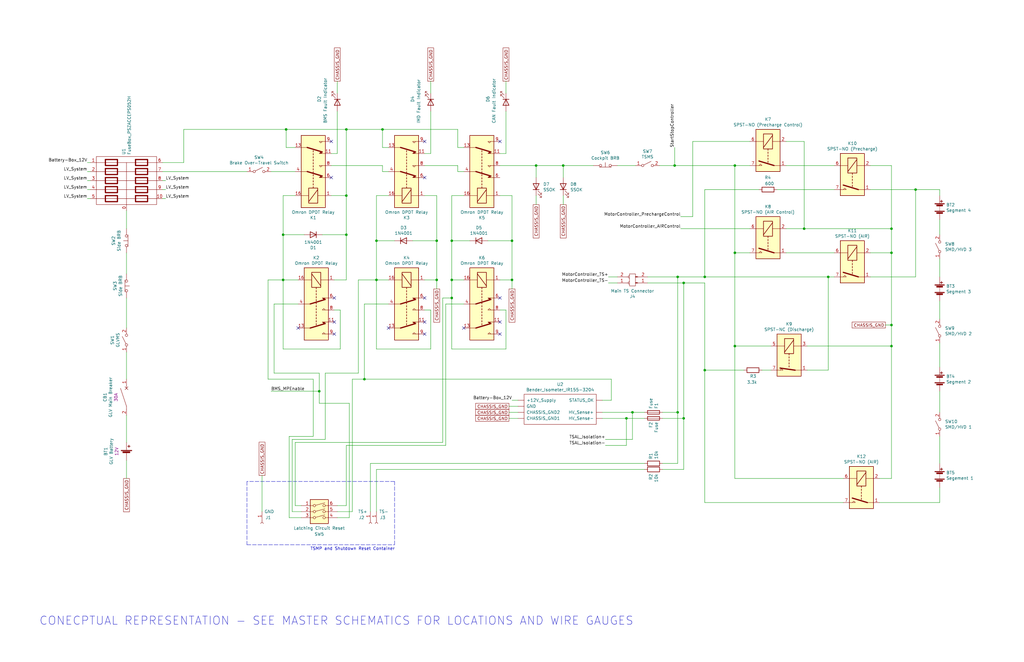
<source format=kicad_sch>
(kicad_sch (version 20211123) (generator eeschema)
  (paper "B")
  (title_block (title "Shutdown Circuit Summary") (date "2022-02-05") (rev "3") (company "Northeastern Electric Racing") (comment 1 "https://github.com/Northeastern-Electric-Racing/NER"))
  (lib_symbols
    (symbol "Connector:Conn_01x01_Female" (pin_names (offset 1.016) hide)
      (property "Reference" "J" (at 0 2.54 0))
      (property "Value" "Conn_01x01_Female" (at 0 -2.54 0))
      (symbol "Conn_01x01_Female_1_1"
        (polyline (pts (xy -1.27 0) (xy -0.508 0)) (stroke (width 0.1524)))
        (arc (start 0 0.508) (mid -0.508 0) (end 0 -0.508) (stroke (width 0.1524)))
        (pin passive line (at -5.08 0 0) (length 3.81) (name "Pin_1") (number "1"))
      )
    )
    (symbol "Device:Battery" (pin_numbers hide) (pin_names (offset 0) hide)
      (property "Reference" "BT" (at 2.54 2.54 0))
      (property "Value" "Battery" (at 2.54 0 0))
      (symbol "Battery_0_1"
        (rectangle (start -2.032 -1.397) (end 2.032 -1.651) (fill (type outline)))
        (rectangle (start -2.032 1.778) (end 2.032 1.524) (fill (type outline)))
        (rectangle (start -1.3208 -1.9812) (end 1.27 -2.4892) (fill (type outline)))
        (rectangle (start -1.3208 1.1938) (end 1.27 0.6858) (fill (type outline)))
        (polyline (pts (xy 0 -1.524) (xy 0 -1.27)))
        (polyline (pts (xy 0 -1.016) (xy 0 -0.762)))
        (polyline (pts (xy 0 -0.508) (xy 0 -0.254)))
        (polyline (pts (xy 0 0) (xy 0 0.254)))
        (polyline (pts (xy 0 0.508) (xy 0 0.762)))
        (polyline (pts (xy 0 1.778) (xy 0 2.54)))
        (polyline (pts (xy 0.254 2.667) (xy 1.27 2.667)) (stroke (width 0.254)))
        (polyline (pts (xy 0.762 3.175) (xy 0.762 2.159)) (stroke (width 0.254)))
      )
      (symbol "Battery_1_1"
        (pin passive line (at 0 5.08 270) (length 2.54) (name "+") (number "1"))
        (pin passive line (at 0 -5.08 90) (length 2.54) (name "-") (number "2"))
      )
    )
    (symbol "Device:Battery_Cell" (pin_numbers hide) (pin_names (offset 0) hide)
      (property "Reference" "BT" (at 2.54 2.54 0))
      (property "Value" "Battery_Cell" (at 2.54 0 0))
      (symbol "Battery_Cell_0_1"
        (rectangle (start -2.286 1.778) (end 2.286 1.524) (fill (type outline)))
        (rectangle (start -1.5748 1.1938) (end 1.4732 0.6858) (fill (type outline)))
        (polyline (pts (xy 0 0.762) (xy 0 0)))
        (polyline (pts (xy 0 1.778) (xy 0 2.54)))
        (polyline (pts (xy 0.508 3.429) (xy 1.524 3.429)) (stroke (width 0.254)))
        (polyline (pts (xy 1.016 3.937) (xy 1.016 2.921)) (stroke (width 0.254)))
      )
      (symbol "Battery_Cell_1_1"
        (pin passive line (at 0 5.08 270) (length 2.54) (name "+") (number "1"))
        (pin passive line (at 0 -2.54 90) (length 2.54) (name "-") (number "2"))
      )
    )
    (symbol "Device:CircuitBreaker_1P"
      (property "Reference" "CB" (at 1.905 0 0))
      (property "Value" "CircuitBreaker_1P" (at 1.905 1.905 0))
      (symbol "CircuitBreaker_1P_0_1"
        (polyline (pts (xy 0 -5.08) (xy 0 -3.81)))
        (polyline (pts (xy 0 -3.81) (xy -2.54 3.81)))
      )
      (symbol "CircuitBreaker_1P_1_1"
        (polyline (pts (xy -0.635 4.445) (xy 0.635 3.175)))
        (polyline (pts (xy 0 5.08) (xy 0 3.81)))
        (polyline (pts (xy 0.635 4.445) (xy -0.635 3.175)))
        (pin passive line (at 0 7.62 270) (length 2.54) (name "~") (number "1"))
        (pin passive line (at 0 -7.62 90) (length 2.54) (name "~") (number "2"))
      )
    )
    (symbol "Device:Fuse" (pin_numbers hide) (pin_names (offset 0))
      (property "Reference" "F" (at 2.032 0 90))
      (property "Value" "Fuse" (at -1.905 0 90))
      (symbol "Fuse_0_1"
        (rectangle (start -0.762 -2.54) (end 0.762 2.54) (stroke (width 0.254)))
        (polyline (pts (xy 0 2.54) (xy 0 -2.54)))
      )
      (symbol "Fuse_1_1"
        (pin passive line (at 0 3.81 270) (length 1.27) (name "~") (number "1"))
        (pin passive line (at 0 -3.81 90) (length 1.27) (name "~") (number "2"))
      )
    )
    (symbol "Device:LED" (pin_numbers hide) (pin_names (offset 1.016) hide)
      (property "Reference" "D" (at 0 2.54 0))
      (property "Value" "LED" (at 0 -2.54 0))
      (symbol "LED_0_1"
        (polyline (pts (xy -1.27 -1.27) (xy -1.27 1.27)) (stroke (width 0.254)))
        (polyline (pts (xy -1.27 0) (xy 1.27 0)))
        (polyline (pts (xy 1.27 -1.27) (xy 1.27 1.27) (xy -1.27 0) (xy 1.27 -1.27)) (stroke (width 0.254)))
        (polyline (pts (xy -3.048 -0.762) (xy -4.572 -2.286) (xy -3.81 -2.286) (xy -4.572 -2.286) (xy -4.572 -1.524)))
        (polyline (pts (xy -1.778 -0.762) (xy -3.302 -2.286) (xy -2.54 -2.286) (xy -3.302 -2.286) (xy -3.302 -1.524)))
      )
      (symbol "LED_1_1"
        (pin passive line (at -3.81 0 0) (length 2.54) (name "K") (number "1"))
        (pin passive line (at 3.81 0 180) (length 2.54) (name "A") (number "2"))
      )
    )
    (symbol "Device:R" (pin_numbers hide) (pin_names (offset 0))
      (property "Reference" "R" (at 2.032 0 90))
      (property "Value" "R" (at 0 0 90))
      (symbol "R_0_1"
        (rectangle (start -1.016 -2.54) (end 1.016 2.54) (stroke (width 0.254)))
      )
      (symbol "R_1_1"
        (pin passive line (at 0 3.81 270) (length 1.27) (name "~") (number "1"))
        (pin passive line (at 0 -3.81 90) (length 1.27) (name "~") (number "2"))
      )
    )
    (symbol "Diode:1N4001" (pin_numbers hide) (pin_names (offset 1.016) hide)
      (property "Reference" "D" (at 0 2.54 0))
      (property "Value" "1N4001" (at 0 -2.54 0))
      (symbol "1N4001_0_1"
        (polyline (pts (xy -1.27 1.27) (xy -1.27 -1.27)) (stroke (width 0.254)))
        (polyline (pts (xy 1.27 0) (xy -1.27 0)))
        (polyline (pts (xy 1.27 1.27) (xy 1.27 -1.27) (xy -1.27 0) (xy 1.27 1.27)) (stroke (width 0.254)))
      )
      (symbol "1N4001_1_1"
        (pin passive line (at -3.81 0 0) (length 2.54) (name "K") (number "1"))
        (pin passive line (at 3.81 0 180) (length 2.54) (name "A") (number "2"))
      )
    )
    (symbol "NER:2-Pos_Generic" (pin_names (offset 1.016))
      (property "Reference" "J" (at 0 0 0))
      (property "Value" "2-Pos_Generic" (at 0 0 0))
      (symbol "2-Pos_Generic_0_1"
        (rectangle (start -1.27 -1.27) (end 1.27 -6.35))
      )
      (symbol "2-Pos_Generic_1_1"
        (arc (start -1.27 -4.572) (mid -1.778 -5.08) (end -1.27 -5.588) (stroke (width 0.1524)))
        (arc (start -1.27 -2.032) (mid -1.778 -2.54) (end -1.27 -3.048) (stroke (width 0.1524)))
        (polyline (pts (xy -2.54 -5.08) (xy -1.778 -5.08)) (stroke (width 0.1524)))
        (polyline (pts (xy -2.54 -2.54) (xy -1.778 -2.54)) (stroke (width 0.1524)))
        (polyline (pts (xy 2.54 -5.08) (xy 2.1336 -5.08)) (stroke (width 0.1524)))
        (polyline (pts (xy 2.54 -2.54) (xy 2.1336 -2.54)) (stroke (width 0.1524)))
        (rectangle (start 2.1336 -4.953) (end 1.27 -5.207) (stroke (width 0.1524)) (fill (type outline)))
        (rectangle (start 2.1336 -2.413) (end 1.27 -2.667) (stroke (width 0.1524)) (fill (type outline)))
        (pin passive line (at -6.35 -2.54 0) (length 3.81) (name "~") (number "1"))
        (pin passive line (at 6.35 -2.54 180) (length 3.81) (name "~") (number "1"))
        (pin passive line (at -6.35 -5.08 0) (length 3.81) (name "~") (number "2"))
        (pin passive line (at 6.35 -5.08 180) (length 3.81) (name "~") (number "2"))
      )
    )
    (symbol "NER:Bender_Isometer_IR155-3204" (pin_names (offset 1.016))
      (property "Reference" "U" (at 0 2.54 0))
      (property "Value" "NER_Bender_Isometer_IR155-3204" (at 0 0 0))
      (symbol "Bender_Isometer_IR155-3204_0_1"
        (rectangle (start 15.24 -13.97) (end -15.24 -1.27))
      )
      (symbol "Bender_Isometer_IR155-3204_1_1"
        (pin input line (at 17.78 -3.81 180) (length 2.54) (name "+12V_Supply") (number "~"))
        (pin input line (at 17.78 -11.43 180) (length 2.54) (name "CHASSIS_GND1") (number "~"))
        (pin input line (at 17.78 -8.89 180) (length 2.54) (name "CHASSIS_GND2") (number "~"))
        (pin input line (at 17.78 -6.35 180) (length 2.54) (name "GND") (number "~"))
        (pin input line (at -17.78 -8.89 0) (length 2.54) (name "HV_Sense+") (number "~"))
        (pin input line (at -17.78 -11.43 0) (length 2.54) (name "HV_Sense-") (number "~"))
        (pin output line (at -17.78 -3.81 0) (length 2.54) (name "STATUS_OK") (number "~"))
      )
    )
    (symbol "NER:FuseBox_PSZACCEPS052H" (pin_names (offset 1.016))
      (property "Reference" "U" (at 0 3.81 0))
      (property "Value" "FuseBox_PSZACCEPS052H" (at 0 1.27 0))
      (symbol "FuseBox_PSZACCEPS052H_0_1"
        (rectangle (start -12.7 0) (end 12.7 -20.32))
        (polyline (pts (xy -12.7 -13.97) (xy 12.7 -13.97)))
        (polyline (pts (xy -12.7 -6.35) (xy 12.7 -6.35)))
        (polyline (pts (xy 0 -20.32) (xy 0 -2.54)))
        (polyline (pts (xy 12.7 -17.78) (xy -12.7 -17.78)))
        (polyline (pts (xy 12.7 -10.16) (xy -12.7 -10.16)))
        (polyline (pts (xy 12.7 -2.54) (xy -12.7 -2.54)))
        (rectangle (start 3.81 -16.51) (end 8.89 -19.05) (stroke (width 0.508)))
      )
      (symbol "FuseBox_PSZACCEPS052H_1_1"
        (rectangle (start -8.89 -16.51) (end -3.81 -19.05) (stroke (width 0.508)))
        (rectangle (start -8.89 -12.7) (end -3.81 -15.24) (stroke (width 0.508)))
        (rectangle (start -8.89 -8.89) (end -3.81 -11.43) (stroke (width 0.508)))
        (rectangle (start -8.89 -5.08) (end -3.81 -7.62) (stroke (width 0.508)))
        (rectangle (start -8.89 -1.27) (end -3.81 -3.81) (stroke (width 0.508)))
        (rectangle (start 3.81 -12.7) (end 8.89 -15.24) (stroke (width 0.508)))
        (rectangle (start 3.81 -8.89) (end 8.89 -11.43) (stroke (width 0.508)))
        (rectangle (start 3.81 -5.08) (end 8.89 -7.62) (stroke (width 0.508)))
        (rectangle (start 3.81 -1.27) (end 8.89 -3.81) (stroke (width 0.508)))
        (pin power_in line (at 0 -22.86 90) (length 2.54) (name "~") (number "0"))
        (pin power_out line (at -15.24 -2.54 0) (length 2.54) (name "~") (number "1"))
        (pin power_out line (at 15.24 -17.78 180) (length 2.54) (name "~") (number "10"))
        (pin power_out line (at -15.24 -6.35 0) (length 2.54) (name "~") (number "2"))
        (pin power_out line (at -15.24 -10.16 0) (length 2.54) (name "~") (number "3"))
        (pin power_out line (at -15.24 -13.97 0) (length 2.54) (name "~") (number "4"))
        (pin power_out line (at -15.24 -17.78 0) (length 2.54) (name "~") (number "5"))
        (pin power_out line (at 15.24 -2.54 180) (length 2.54) (name "~") (number "6"))
        (pin power_out line (at 15.24 -6.35 180) (length 2.54) (name "~") (number "7"))
        (pin power_out line (at 15.24 -10.16 180) (length 2.54) (name "~") (number "8"))
        (pin power_out line (at 15.24 -13.97 180) (length 2.54) (name "~") (number "9"))
      )
    )
    (symbol "Relay:DIPxx-1Axx-11x"
      (property "Reference" "K" (at 8.89 3.81 0))
      (property "Value" "DIPxx-1Axx-11x" (at 8.89 1.27 0))
      (symbol "DIPxx-1Axx-11x_0_0"
        (polyline (pts (xy 5.08 5.08) (xy 5.08 2.54) (xy 4.445 3.175) (xy 5.08 3.81)))
      )
      (symbol "DIPxx-1Axx-11x_0_1"
        (rectangle (start -10.16 5.08) (end 7.62 -5.08) (stroke (width 0.254)) (fill (type background)))
        (rectangle (start -8.255 1.905) (end -1.905 -1.905) (stroke (width 0.254)))
        (polyline (pts (xy -7.62 -1.905) (xy -2.54 1.905)) (stroke (width 0.254)))
        (polyline (pts (xy -5.08 -5.08) (xy -5.08 -1.905)))
        (polyline (pts (xy -5.08 5.08) (xy -5.08 1.905)))
        (polyline (pts (xy -1.905 0) (xy -1.27 0)) (stroke (width 0.254)))
        (polyline (pts (xy -0.635 0) (xy 0 0)) (stroke (width 0.254)))
        (polyline (pts (xy 0.635 0) (xy 1.27 0)) (stroke (width 0.254)))
        (polyline (pts (xy 1.905 0) (xy 2.54 0)) (stroke (width 0.254)))
        (polyline (pts (xy 3.175 0) (xy 3.81 0)) (stroke (width 0.254)))
        (polyline (pts (xy 5.08 -2.54) (xy 3.175 3.81)) (stroke (width 0.508)))
        (polyline (pts (xy 5.08 -2.54) (xy 5.08 -5.08)))
      )
      (symbol "DIPxx-1Axx-11x_1_1"
        (pin passive line (at 5.08 -7.62 90) (length 2.54) (name "~") (number "1"))
        (pin passive line (at 5.08 -7.62 90) (length 2.54) hide (name "~") (number "14"))
        (pin passive line (at -5.08 -7.62 90) (length 2.54) (name "~") (number "2"))
        (pin passive line (at -5.08 7.62 270) (length 2.54) (name "~") (number "6"))
        (pin passive line (at 5.08 7.62 270) (length 2.54) (name "~") (number "7"))
        (pin passive line (at 5.08 7.62 270) (length 2.54) hide (name "~") (number "8"))
      )
    )
    (symbol "Relay:G5V-2"
      (property "Reference" "K" (at 16.51 3.81 0))
      (property "Value" "G5V-2" (at 16.51 1.27 0))
      (symbol "G5V-2_0_1"
        (rectangle (start -15.24 5.08) (end 15.24 -5.08) (stroke (width 0.254)) (fill (type background)))
        (rectangle (start -13.335 1.905) (end -6.985 -1.905) (stroke (width 0.254)))
        (polyline (pts (xy -12.7 -1.905) (xy -7.62 1.905)) (stroke (width 0.254)))
        (polyline (pts (xy -10.16 -5.08) (xy -10.16 -1.905)))
        (polyline (pts (xy -10.16 5.08) (xy -10.16 1.905)))
        (polyline (pts (xy -6.985 0) (xy -6.35 0)) (stroke (width 0.254)))
        (polyline (pts (xy -5.715 0) (xy -5.08 0)) (stroke (width 0.254)))
        (polyline (pts (xy -4.445 0) (xy -3.81 0)) (stroke (width 0.254)))
        (polyline (pts (xy -3.175 0) (xy -2.54 0)) (stroke (width 0.254)))
        (polyline (pts (xy -1.905 0) (xy -1.27 0)) (stroke (width 0.254)))
        (polyline (pts (xy -0.635 0) (xy 0 0)) (stroke (width 0.254)))
        (polyline (pts (xy 0 -2.54) (xy -1.905 3.81)) (stroke (width 0.508)))
        (polyline (pts (xy 0 -2.54) (xy 0 -5.08)))
        (polyline (pts (xy 0.635 0) (xy 1.27 0)) (stroke (width 0.254)))
        (polyline (pts (xy 1.905 0) (xy 2.54 0)) (stroke (width 0.254)))
        (polyline (pts (xy 3.175 0) (xy 3.81 0)) (stroke (width 0.254)))
        (polyline (pts (xy 4.445 0) (xy 5.08 0)) (stroke (width 0.254)))
        (polyline (pts (xy 5.715 0) (xy 6.35 0)) (stroke (width 0.254)))
        (polyline (pts (xy 6.985 0) (xy 7.62 0)) (stroke (width 0.254)))
        (polyline (pts (xy 8.255 0) (xy 8.89 0)) (stroke (width 0.254)))
        (polyline (pts (xy 10.16 -2.54) (xy 8.255 3.81)) (stroke (width 0.508)))
        (polyline (pts (xy 10.16 -2.54) (xy 10.16 -5.08)))
        (polyline (pts (xy -2.54 5.08) (xy -2.54 2.54) (xy -1.905 3.175) (xy -2.54 3.81)) (fill (type outline)))
        (polyline (pts (xy 2.54 5.08) (xy 2.54 2.54) (xy 1.905 3.175) (xy 2.54 3.81)))
        (polyline (pts (xy 7.62 5.08) (xy 7.62 2.54) (xy 8.255 3.175) (xy 7.62 3.81)) (fill (type outline)))
        (polyline (pts (xy 12.7 5.08) (xy 12.7 2.54) (xy 12.065 3.175) (xy 12.7 3.81)))
      )
      (symbol "G5V-2_1_1"
        (pin passive line (at -10.16 7.62 270) (length 2.54) (name "~") (number "1"))
        (pin passive line (at 7.62 7.62 270) (length 2.54) (name "~") (number "11"))
        (pin passive line (at 10.16 -7.62 90) (length 2.54) (name "~") (number "13"))
        (pin passive line (at -10.16 -7.62 90) (length 2.54) (name "~") (number "16"))
        (pin passive line (at 0 -7.62 90) (length 2.54) (name "~") (number "4"))
        (pin passive line (at -2.54 7.62 270) (length 2.54) (name "~") (number "6"))
        (pin passive line (at 2.54 7.62 270) (length 2.54) (name "~") (number "8"))
        (pin passive line (at 12.7 7.62 270) (length 2.54) (name "~") (number "9"))
      )
    )
    (symbol "Relay:MSxx-1Bxx-75"
      (property "Reference" "K" (at 8.89 3.81 0))
      (property "Value" "MSxx-1Bxx-75" (at 8.89 1.27 0))
      (symbol "MSxx-1Bxx-75_0_0"
        (polyline (pts (xy 5.08 5.08) (xy 5.08 2.54) (xy 4.445 3.175) (xy 5.08 3.81)))
      )
      (symbol "MSxx-1Bxx-75_0_1"
        (rectangle (start -10.16 5.08) (end 7.62 -5.08) (stroke (width 0.254)) (fill (type background)))
        (rectangle (start -8.255 1.905) (end -1.905 -1.905) (stroke (width 0.254)))
        (polyline (pts (xy -7.62 -1.905) (xy -2.54 1.905)) (stroke (width 0.254)))
        (polyline (pts (xy -5.08 -5.08) (xy -5.08 -1.905)))
        (polyline (pts (xy -5.08 5.08) (xy -5.08 1.905)))
        (polyline (pts (xy -1.905 0) (xy -1.27 0)) (stroke (width 0.254)))
        (polyline (pts (xy -0.635 0) (xy 0 0)) (stroke (width 0.254)))
        (polyline (pts (xy 0.635 0) (xy 1.27 0)) (stroke (width 0.254)))
        (polyline (pts (xy 1.905 0) (xy 2.54 0)) (stroke (width 0.254)))
        (polyline (pts (xy 3.175 0) (xy 3.81 0)) (stroke (width 0.254)))
        (polyline (pts (xy 5.08 -2.54) (xy 4.191 3.81)) (stroke (width 0.508)))
        (polyline (pts (xy 5.08 -2.54) (xy 5.08 -5.08)))
      )
      (symbol "MSxx-1Bxx-75_1_1"
        (pin passive line (at 5.08 -7.62 90) (length 2.54) (name "~") (number "1"))
        (pin passive line (at -5.08 -7.62 90) (length 2.54) (name "~") (number "3"))
        (pin passive line (at -5.08 7.62 270) (length 2.54) (name "~") (number "5"))
        (pin passive line (at 5.08 7.62 270) (length 2.54) (name "~") (number "7"))
      )
    )
    (symbol "Switch:SW_DIP_x03" (pin_names (offset 0) hide)
      (property "Reference" "SW" (at 0 8.89 0))
      (property "Value" "SW_DIP_x03" (at 0 -3.81 0))
      (symbol "SW_DIP_x03_0_0"
        (circle (center -2.032 0) (radius 0.508))
        (circle (center -2.032 2.54) (radius 0.508))
        (circle (center -2.032 5.08) (radius 0.508))
        (polyline (pts (xy -1.524 0.127) (xy 2.3622 1.1684)))
        (polyline (pts (xy -1.524 2.667) (xy 2.3622 3.7084)))
        (polyline (pts (xy -1.524 5.207) (xy 2.3622 6.2484)))
        (circle (center 2.032 0) (radius 0.508))
        (circle (center 2.032 2.54) (radius 0.508))
        (circle (center 2.032 5.08) (radius 0.508))
      )
      (symbol "SW_DIP_x03_0_1"
        (rectangle (start -3.81 7.62) (end 3.81 -2.54) (stroke (width 0.254)) (fill (type background)))
      )
      (symbol "SW_DIP_x03_1_1"
        (pin passive line (at -7.62 5.08 0) (length 5.08) (name "~") (number "1"))
        (pin passive line (at -7.62 2.54 0) (length 5.08) (name "~") (number "2"))
        (pin passive line (at -7.62 0 0) (length 5.08) (name "~") (number "3"))
        (pin passive line (at 7.62 0 180) (length 5.08) (name "~") (number "4"))
        (pin passive line (at 7.62 2.54 180) (length 5.08) (name "~") (number "5"))
        (pin passive line (at 7.62 5.08 180) (length 5.08) (name "~") (number "6"))
      )
    )
    (symbol "Switch:SW_Push_Open" (pin_numbers hide) (pin_names (offset 1.016) hide)
      (property "Reference" "SW" (at 0 2.54 0))
      (property "Value" "SW_Push_Open" (at 0 -1.905 0))
      (symbol "SW_Push_Open_0_1"
        (circle (center -2.032 0) (radius 0.508))
        (polyline (pts (xy -2.54 -0.635) (xy 2.54 -0.635)))
        (polyline (pts (xy 0 -0.635) (xy 0 1.27)))
        (circle (center 2.032 0) (radius 0.508))
        (pin passive line (at -5.08 0 0) (length 2.54) (name "A") (number "1"))
      )
      (symbol "SW_Push_Open_1_1"
        (pin passive line (at 5.08 0 180) (length 2.54) (name "B") (number "2"))
      )
    )
    (symbol "Switch:SW_SPST" (pin_names (offset 0) hide)
      (property "Reference" "SW" (at 0 3.175 0))
      (property "Value" "SW_SPST" (at 0 -2.54 0))
      (symbol "SW_SPST_0_0"
        (circle (center -2.032 0) (radius 0.508))
        (polyline (pts (xy -1.524 0.254) (xy 1.524 1.778)))
        (circle (center 2.032 0) (radius 0.508))
      )
      (symbol "SW_SPST_1_1"
        (pin passive line (at -5.08 0 0) (length 2.54) (name "A") (number "1"))
        (pin passive line (at 5.08 0 180) (length 2.54) (name "B") (number "2"))
      )
    )
  )
  (junction (at 119.38 118.11))
  (junction (at 119.38 99.06))
  (junction (at 285.75 116.84))
  (junction (at 190.5 101.6))
  (junction (at 309.88 69.85))
  (junction (at 146.05 82.55))
  (junction (at 285.75 173.99))
  (junction (at 190.5 125.73))
  (junction (at 226.06 69.85))
  (junction (at 264.16 176.53))
  (junction (at 158.75 118.11))
  (junction (at 190.5 118.11))
  (junction (at 375.92 146.05))
  (junction (at 120.65 54.61))
  (junction (at 349.25 116.84))
  (junction (at 134.62 165.1))
  (junction (at 215.9 118.11))
  (junction (at 386.08 80.01))
  (junction (at 153.67 160.02))
  (junction (at 297.18 116.84))
  (junction (at 215.9 101.6))
  (junction (at 266.7 173.99))
  (junction (at 146.05 54.61))
  (junction (at 158.75 101.6))
  (junction (at 161.29 54.61))
  (junction (at 339.09 96.52))
  (junction (at 375.92 96.52))
  (junction (at 309.88 146.05))
  (junction (at 288.29 176.53))
  (junction (at 297.18 156.21))
  (junction (at 375.92 106.68))
  (junction (at 184.15 101.6))
  (junction (at 375.92 137.16))
  (junction (at 146.05 99.06))
  (junction (at 237.49 69.85))
  (junction (at 309.88 106.68))
  (junction (at 184.15 118.11))
  (junction (at 288.29 119.38))
  (junction (at 284.48 69.85))
  (no_connect (at 179.07 74.93))
  (no_connect (at 179.07 59.69))
  (no_connect (at 139.7 59.69))
  (no_connect (at 179.07 135.89))
  (no_connect (at 210.82 59.69))
  (no_connect (at 125.73 138.43))
  (no_connect (at 210.82 135.89))
  (no_connect (at 140.97 140.97))
  (no_connect (at 195.58 138.43))
  (no_connect (at 163.83 138.43))
  (no_connect (at 179.07 140.97))
  (no_connect (at 179.07 125.73))
  (no_connect (at 210.82 125.73))
  (no_connect (at 139.7 74.93))
  (no_connect (at 210.82 140.97))
  (no_connect (at 140.97 135.89))
  (no_connect (at 140.97 125.73))
  (wire (pts (xy 158.75 198.12) (xy 271.78 198.12)))
  (polyline (pts (xy 166.37 203.2) (xy 104.14 203.2)))
  (wire (pts (xy 147.32 218.44) (xy 142.24 218.44)))
  (wire (pts (xy 273.05 119.38) (xy 288.29 119.38)))
  (wire (pts (xy 38.1 72.39) (xy 36.83 72.39)))
  (wire (pts (xy 53.34 115.57) (xy 53.34 106.68)))
  (wire (pts (xy 119.38 82.55) (xy 119.38 99.06)))
  (wire (pts (xy 161.29 62.23) (xy 163.83 62.23)))
  (wire (pts (xy 288.29 119.38) (xy 297.18 119.38)))
  (wire (pts (xy 113.03 118.11) (xy 119.38 118.11)))
  (wire (pts (xy 124.46 186.69) (xy 124.46 213.36)))
  (wire (pts (xy 115.57 128.27) (xy 125.73 128.27)))
  (wire (pts (xy 256.54 116.84) (xy 260.35 116.84)))
  (wire (pts (xy 396.24 165.1) (xy 396.24 173.99)))
  (wire (pts (xy 309.88 146.05) (xy 309.88 201.93)))
  (wire (pts (xy 119.38 118.11) (xy 119.38 147.32)))
  (wire (pts (xy 135.89 99.06) (xy 146.05 99.06)))
  (wire (pts (xy 142.24 39.37) (xy 142.24 34.29)))
  (wire (pts (xy 255.27 185.42) (xy 266.7 185.42)))
  (wire (pts (xy 255.27 187.96) (xy 264.16 187.96)))
  (wire (pts (xy 134.62 157.48) (xy 134.62 165.1)))
  (wire (pts (xy 297.18 156.21) (xy 297.18 212.09)))
  (wire (pts (xy 396.24 184.15) (xy 396.24 195.58)))
  (wire (pts (xy 181.61 39.37) (xy 181.61 34.29)))
  (wire (pts (xy 193.04 54.61) (xy 193.04 62.23)))
  (wire (pts (xy 146.05 54.61) (xy 146.05 82.55)))
  (wire (pts (xy 339.09 59.69) (xy 339.09 96.52)))
  (wire (pts (xy 237.49 74.93) (xy 237.49 69.85)))
  (wire (pts (xy 331.47 96.52) (xy 339.09 96.52)))
  (wire (pts (xy 213.36 147.32) (xy 190.5 147.32)))
  (wire (pts (xy 349.25 116.84) (xy 351.79 116.84)))
  (wire (pts (xy 375.92 146.05) (xy 375.92 201.93)))
  (wire (pts (xy 119.38 82.55) (xy 124.46 82.55)))
  (wire (pts (xy 148.59 160.02) (xy 153.67 160.02)))
  (wire (pts (xy 143.51 130.81) (xy 143.51 147.32)))
  (wire (pts (xy 278.13 69.85) (xy 284.48 69.85)))
  (wire (pts (xy 297.18 80.01) (xy 297.18 116.84)))
  (wire (pts (xy 132.08 160.02) (xy 132.08 184.15)))
  (wire (pts (xy 309.88 69.85) (xy 316.23 69.85)))
  (wire (pts (xy 386.08 116.84) (xy 386.08 80.01)))
  (wire (pts (xy 193.04 69.85) (xy 193.04 72.39)))
  (wire (pts (xy 375.92 106.68) (xy 375.92 137.16)))
  (wire (pts (xy 257.81 168.91) (xy 254 168.91)))
  (wire (pts (xy 396.24 80.01) (xy 386.08 80.01)))
  (wire (pts (xy 124.46 213.36) (xy 127 213.36)))
  (wire (pts (xy 193.04 62.23) (xy 195.58 62.23)))
  (wire (pts (xy 146.05 82.55) (xy 146.05 99.06)))
  (wire (pts (xy 142.24 213.36) (xy 146.05 213.36)))
  (wire (pts (xy 285.75 116.84) (xy 285.75 173.99)))
  (wire (pts (xy 396.24 127) (xy 396.24 134.62)))
  (wire (pts (xy 77.47 68.58) (xy 68.58 68.58)))
  (wire (pts (xy 110.49 200.66) (xy 110.49 215.9)))
  (wire (pts (xy 284.48 62.23) (xy 284.48 69.85)))
  (wire (pts (xy 284.48 69.85) (xy 309.88 69.85)))
  (wire (pts (xy 53.34 88.9) (xy 53.34 96.52)))
  (wire (pts (xy 260.35 69.85) (xy 267.97 69.85)))
  (wire (pts (xy 179.07 82.55) (xy 184.15 82.55)))
  (wire (pts (xy 187.96 128.27) (xy 187.96 187.96)))
  (wire (pts (xy 375.92 96.52) (xy 375.92 69.85)))
  (wire (pts (xy 113.03 118.11) (xy 113.03 160.02)))
  (wire (pts (xy 158.75 147.32) (xy 158.75 118.11)))
  (wire (pts (xy 292.1 59.69) (xy 292.1 91.44)))
  (wire (pts (xy 153.67 160.02) (xy 257.81 160.02)))
  (wire (pts (xy 214.63 173.99) (xy 218.44 173.99)))
  (wire (pts (xy 77.47 54.61) (xy 120.65 54.61)))
  (wire (pts (xy 195.58 128.27) (xy 187.96 128.27)))
  (wire (pts (xy 215.9 118.11) (xy 215.9 121.92)))
  (wire (pts (xy 285.75 173.99) (xy 285.75 195.58)))
  (wire (pts (xy 396.24 212.09) (xy 396.24 205.74)))
  (wire (pts (xy 148.59 160.02) (xy 148.59 215.9)))
  (wire (pts (xy 190.5 82.55) (xy 190.5 101.6)))
  (wire (pts (xy 158.75 198.12) (xy 158.75 215.9)))
  (wire (pts (xy 140.97 118.11) (xy 146.05 118.11)))
  (wire (pts (xy 340.36 156.21) (xy 349.25 156.21)))
  (wire (pts (xy 179.07 69.85) (xy 193.04 69.85)))
  (wire (pts (xy 190.5 101.6) (xy 198.12 101.6)))
  (wire (pts (xy 264.16 176.53) (xy 271.78 176.53)))
  (wire (pts (xy 386.08 80.01) (xy 367.03 80.01)))
  (wire (pts (xy 325.12 156.21) (xy 321.31 156.21)))
  (wire (pts (xy 53.34 160.02) (xy 53.34 148.59)))
  (wire (pts (xy 114.3 72.39) (xy 124.46 72.39)))
  (wire (pts (xy 181.61 64.77) (xy 179.07 64.77)))
  (wire (pts (xy 38.1 83.82) (xy 36.83 83.82)))
  (wire (pts (xy 297.18 212.09) (xy 355.6 212.09)))
  (wire (pts (xy 120.65 54.61) (xy 146.05 54.61)))
  (wire (pts (xy 53.34 186.69) (xy 53.34 175.26)))
  (wire (pts (xy 120.65 54.61) (xy 120.65 62.23)))
  (wire (pts (xy 339.09 96.52) (xy 375.92 96.52)))
  (wire (pts (xy 396.24 116.84) (xy 396.24 109.22)))
  (wire (pts (xy 226.06 69.85) (xy 237.49 69.85)))
  (wire (pts (xy 237.49 86.36) (xy 237.49 82.55)))
  (wire (pts (xy 279.4 173.99) (xy 285.75 173.99)))
  (wire (pts (xy 370.84 212.09) (xy 396.24 212.09)))
  (wire (pts (xy 184.15 118.11) (xy 184.15 121.92)))
  (wire (pts (xy 119.38 118.11) (xy 125.73 118.11)))
  (wire (pts (xy 68.58 72.39) (xy 104.14 72.39)))
  (wire (pts (xy 140.97 130.81) (xy 143.51 130.81)))
  (wire (pts (xy 120.65 62.23) (xy 124.46 62.23)))
  (wire (pts (xy 190.5 147.32) (xy 190.5 125.73)))
  (wire (pts (xy 331.47 106.68) (xy 351.79 106.68)))
  (wire (pts (xy 38.1 68.58) (xy 36.83 68.58)))
  (wire (pts (xy 254 173.99) (xy 266.7 173.99)))
  (wire (pts (xy 309.88 106.68) (xy 309.88 146.05)))
  (wire (pts (xy 142.24 64.77) (xy 139.7 64.77)))
  (wire (pts (xy 158.75 101.6) (xy 158.75 118.11)))
  (wire (pts (xy 184.15 82.55) (xy 184.15 101.6)))
  (wire (pts (xy 367.03 106.68) (xy 375.92 106.68)))
  (wire (pts (xy 38.1 80.01) (xy 36.83 80.01)))
  (wire (pts (xy 210.82 82.55) (xy 215.9 82.55)))
  (wire (pts (xy 156.21 195.58) (xy 271.78 195.58)))
  (wire (pts (xy 190.5 125.73) (xy 190.5 118.11)))
  (wire (pts (xy 215.9 168.91) (xy 218.44 168.91)))
  (wire (pts (xy 214.63 176.53) (xy 218.44 176.53)))
  (wire (pts (xy 186.69 125.73) (xy 186.69 186.69)))
  (wire (pts (xy 297.18 116.84) (xy 349.25 116.84)))
  (wire (pts (xy 68.58 80.01) (xy 69.85 80.01)))
  (wire (pts (xy 375.92 137.16) (xy 373.38 137.16)))
  (wire (pts (xy 264.16 187.96) (xy 264.16 176.53)))
  (wire (pts (xy 142.24 46.99) (xy 142.24 64.77)))
  (wire (pts (xy 151.13 157.48) (xy 151.13 118.11)))
  (wire (pts (xy 181.61 46.99) (xy 181.61 64.77)))
  (wire (pts (xy 325.12 146.05) (xy 309.88 146.05)))
  (wire (pts (xy 190.5 118.11) (xy 195.58 118.11)))
  (wire (pts (xy 375.92 146.05) (xy 375.92 137.16)))
  (wire (pts (xy 151.13 118.11) (xy 158.75 118.11)))
  (wire (pts (xy 53.34 125.73) (xy 53.34 138.43)))
  (wire (pts (xy 226.06 74.93) (xy 226.06 69.85)))
  (wire (pts (xy 173.99 101.6) (xy 184.15 101.6)))
  (wire (pts (xy 38.1 76.2) (xy 36.83 76.2)))
  (wire (pts (xy 210.82 118.11) (xy 215.9 118.11)))
  (wire (pts (xy 134.62 165.1) (xy 134.62 170.18)))
  (wire (pts (xy 147.32 170.18) (xy 147.32 218.44)))
  (wire (pts (xy 340.36 146.05) (xy 375.92 146.05)))
  (wire (pts (xy 213.36 64.77) (xy 210.82 64.77)))
  (wire (pts (xy 119.38 147.32) (xy 143.51 147.32)))
  (wire (pts (xy 396.24 144.78) (xy 396.24 154.94)))
  (wire (pts (xy 115.57 157.48) (xy 115.57 128.27)))
  (wire (pts (xy 132.08 160.02) (xy 113.03 160.02)))
  (wire (pts (xy 161.29 69.85) (xy 161.29 72.39)))
  (wire (pts (xy 279.4 195.58) (xy 285.75 195.58)))
  (wire (pts (xy 190.5 125.73) (xy 186.69 125.73)))
  (wire (pts (xy 313.69 156.21) (xy 297.18 156.21)))
  (wire (pts (xy 134.62 165.1) (xy 114.3 165.1)))
  (wire (pts (xy 396.24 99.06) (xy 396.24 92.71)))
  (wire (pts (xy 288.29 176.53) (xy 288.29 198.12)))
  (wire (pts (xy 158.75 101.6) (xy 166.37 101.6)))
  (wire (pts (xy 285.75 116.84) (xy 297.18 116.84)))
  (wire (pts (xy 153.67 128.27) (xy 163.83 128.27)))
  (wire (pts (xy 288.29 119.38) (xy 288.29 176.53)))
  (wire (pts (xy 226.06 86.36) (xy 226.06 82.55)))
  (wire (pts (xy 279.4 176.53) (xy 288.29 176.53)))
  (wire (pts (xy 184.15 101.6) (xy 184.15 118.11)))
  (wire (pts (xy 181.61 147.32) (xy 158.75 147.32)))
  (wire (pts (xy 190.5 101.6) (xy 190.5 118.11)))
  (polyline (pts (xy 166.37 229.87) (xy 166.37 203.2)))
  (wire (pts (xy 137.16 185.42) (xy 123.19 185.42)))
  (wire (pts (xy 367.03 116.84) (xy 386.08 116.84)))
  (wire (pts (xy 69.85 83.82) (xy 68.58 83.82)))
  (wire (pts (xy 156.21 195.58) (xy 156.21 215.9)))
  (wire (pts (xy 161.29 54.61) (xy 161.29 62.23)))
  (wire (pts (xy 257.81 160.02) (xy 257.81 168.91)))
  (wire (pts (xy 213.36 39.37) (xy 213.36 34.29)))
  (wire (pts (xy 256.54 119.38) (xy 260.35 119.38)))
  (wire (pts (xy 77.47 54.61) (xy 77.47 68.58)))
  (wire (pts (xy 158.75 82.55) (xy 163.83 82.55)))
  (wire (pts (xy 119.38 99.06) (xy 119.38 118.11)))
  (wire (pts (xy 146.05 99.06) (xy 146.05 118.11)))
  (wire (pts (xy 179.07 118.11) (xy 184.15 118.11)))
  (wire (pts (xy 214.63 171.45) (xy 218.44 171.45)))
  (wire (pts (xy 137.16 157.48) (xy 137.16 185.42)))
  (wire (pts (xy 309.88 106.68) (xy 309.88 69.85)))
  (wire (pts (xy 123.19 185.42) (xy 123.19 215.9)))
  (wire (pts (xy 339.09 59.69) (xy 331.47 59.69)))
  (wire (pts (xy 297.18 119.38) (xy 297.18 156.21)))
  (wire (pts (xy 237.49 69.85) (xy 250.19 69.85)))
  (wire (pts (xy 309.88 106.68) (xy 316.23 106.68)))
  (wire (pts (xy 205.74 101.6) (xy 215.9 101.6)))
  (wire (pts (xy 327.66 80.01) (xy 351.79 80.01)))
  (wire (pts (xy 351.79 69.85) (xy 331.47 69.85)))
  (wire (pts (xy 161.29 54.61) (xy 193.04 54.61)))
  (wire (pts (xy 273.05 116.84) (xy 285.75 116.84)))
  (wire (pts (xy 123.19 215.9) (xy 127 215.9)))
  (wire (pts (xy 139.7 82.55) (xy 146.05 82.55)))
  (wire (pts (xy 134.62 157.48) (xy 115.57 157.48)))
  (polyline (pts (xy 104.14 229.87) (xy 166.37 229.87)))
  (wire (pts (xy 153.67 128.27) (xy 153.67 160.02)))
  (wire (pts (xy 137.16 157.48) (xy 151.13 157.48)))
  (wire (pts (xy 68.58 76.2) (xy 69.85 76.2)))
  (wire (pts (xy 158.75 82.55) (xy 158.75 101.6)))
  (wire (pts (xy 142.24 215.9) (xy 148.59 215.9)))
  (wire (pts (xy 121.92 184.15) (xy 121.92 218.44)))
  (wire (pts (xy 210.82 69.85) (xy 226.06 69.85)))
  (wire (pts (xy 215.9 101.6) (xy 215.9 118.11)))
  (wire (pts (xy 181.61 130.81) (xy 181.61 147.32)))
  (wire (pts (xy 279.4 198.12) (xy 288.29 198.12)))
  (wire (pts (xy 124.46 186.69) (xy 186.69 186.69)))
  (wire (pts (xy 139.7 69.85) (xy 161.29 69.85)))
  (wire (pts (xy 190.5 82.55) (xy 195.58 82.55)))
  (wire (pts (xy 254 176.53) (xy 264.16 176.53)))
  (wire (pts (xy 146.05 54.61) (xy 161.29 54.61)))
  (wire (pts (xy 134.62 170.18) (xy 147.32 170.18)))
  (wire (pts (xy 213.36 46.99) (xy 213.36 64.77)))
  (wire (pts (xy 132.08 184.15) (xy 121.92 184.15)))
  (wire (pts (xy 179.07 130.81) (xy 181.61 130.81)))
  (wire (pts (xy 121.92 218.44) (xy 127 218.44)))
  (wire (pts (xy 266.7 185.42) (xy 266.7 173.99)))
  (wire (pts (xy 210.82 130.81) (xy 213.36 130.81)))
  (wire (pts (xy 367.03 69.85) (xy 375.92 69.85)))
  (wire (pts (xy 146.05 213.36) (xy 146.05 187.96)))
  (polyline (pts (xy 104.14 203.2) (xy 104.14 229.87)))
  (wire (pts (xy 375.92 96.52) (xy 375.92 106.68)))
  (wire (pts (xy 213.36 130.81) (xy 213.36 147.32)))
  (wire (pts (xy 287.02 96.52) (xy 316.23 96.52)))
  (wire (pts (xy 53.34 201.93) (xy 53.34 194.31)))
  (wire (pts (xy 292.1 59.69) (xy 316.23 59.69)))
  (wire (pts (xy 292.1 91.44) (xy 287.02 91.44)))
  (wire (pts (xy 119.38 99.06) (xy 128.27 99.06)))
  (wire (pts (xy 355.6 201.93) (xy 309.88 201.93)))
  (wire (pts (xy 158.75 118.11) (xy 163.83 118.11)))
  (wire (pts (xy 396.24 80.01) (xy 396.24 82.55)))
  (wire (pts (xy 297.18 80.01) (xy 320.04 80.01)))
  (wire (pts (xy 266.7 173.99) (xy 271.78 173.99)))
  (wire (pts (xy 349.25 156.21) (xy 349.25 116.84)))
  (wire (pts (xy 193.04 72.39) (xy 195.58 72.39)))
  (wire (pts (xy 215.9 82.55) (xy 215.9 101.6)))
  (wire (pts (xy 146.05 187.96) (xy 187.96 187.96)))
  (wire (pts (xy 370.84 201.93) (xy 375.92 201.93)))
  (wire (pts (xy 161.29 72.39) (xy 163.83 72.39)))
  (text "CONECPTUAL REPRESENTATION - SEE MASTER SCHEMATICS FOR LOCATIONS AND WIRE GAUGES" (at 16.51 264.16 0) (effects (font (size 3.5 3.5)) (justify left bottom)))
  (text "TSMP and Shutdown Reset Container" (at 130.81 232.41 0) (effects (font (size 1.27 1.27)) (justify left bottom)))
  (label "LV_System" (at 69.85 76.2 0))
  (label "TSAL_Isolation+" (at 255.27 185.42 180))
  (label "LV_System" (at 36.83 80.01 180))
  (label "LV_System" (at 36.83 76.2 180))
  (label "StartStopController" (at 284.48 62.23 90))
  (label "LV_System" (at 69.85 83.82 0))
  (label "MotorController_TS+" (at 256.54 116.84 180))
  (label "TSAL_Isolation-" (at 255.27 187.96 180))
  (label "Battery-Box_12V" (at 36.83 68.58 180))
  (label "LV_System" (at 69.85 80.01 0))
  (label "BMS_MPEnable" (at 114.3 165.1 0))
  (label "MotorController_TS-" (at 256.54 119.38 180))
  (label "MotorController_AIRControl" (at 287.02 96.52 180))
  (label "Battery-Box_12V" (at 215.9 168.91 180))
  (label "LV_System" (at 36.83 83.82 180))
  (label "LV_System" (at 36.83 72.39 180))
  (label "MotorController_PrechargeControl" (at 287.02 91.44 180))
  (global_label "CHASSIS_GND" (shape passive) (at 214.63 176.53 180) (property "Intersheet References" "${INTERSHEET_REFS}" (effects hide)))
  (global_label "CHASSIS_GND" (shape passive) (at 110.49 200.66 90) (property "Intersheet References" "${INTERSHEET_REFS}" (effects hide)))
  (global_label "CHASSIS_GND" (shape passive) (at 184.15 121.92 270) (property "Intersheet References" "${INTERSHEET_REFS}" (effects hide)))
  (global_label "CHASSIS_GND" (shape passive) (at 213.36 34.29 90) (property "Intersheet References" "${INTERSHEET_REFS}" (effects hide)))
  (global_label "CHASSIS_GND" (shape passive) (at 181.61 34.29 90) (property "Intersheet References" "${INTERSHEET_REFS}" (effects hide)))
  (global_label "CHASSIS_GND" (shape passive) (at 226.06 86.36 270) (property "Intersheet References" "${INTERSHEET_REFS}" (effects hide)))
  (global_label "CHASSIS_GND" (shape passive) (at 214.63 171.45 180) (property "Intersheet References" "${INTERSHEET_REFS}" (effects hide)))
  (global_label "CHASSIS_GND" (shape passive) (at 53.34 201.93 270) (property "Intersheet References" "${INTERSHEET_REFS}" (effects hide)))
  (global_label "CHASSIS_GND" (shape passive) (at 214.63 173.99 180) (property "Intersheet References" "${INTERSHEET_REFS}" (effects hide)))
  (global_label "CHASSIS_GND" (shape passive) (at 142.24 34.29 90) (property "Intersheet References" "${INTERSHEET_REFS}" (effects hide)))
  (global_label "CHASSIS_GND" (shape passive) (at 215.9 121.92 270) (property "Intersheet References" "${INTERSHEET_REFS}" (effects hide)))
  (global_label "CHASSIS_GND" (shape passive) (at 373.38 137.16 180) (property "Intersheet References" "${INTERSHEET_REFS}" (effects hide)))
  (global_label "CHASSIS_GND" (shape passive) (at 237.49 86.36 270) (property "Intersheet References" "${INTERSHEET_REFS}" (effects hide)))
  (symbol (lib_id "Connector:Conn_01x01_Female") (at 110.49 220.98 90) (mirror x) (unit 1)
    (property "Reference" "J1" (at 114.3 218.44 90) (effects (justify left)))
    (property "Value" "GND" (at 115.57 215.9 90) (effects (justify left)))
  )
  (symbol (lib_id "Device:Battery_Cell") (at 53.34 191.77 0) (unit 1)
    (property "Reference" "BT1" (at 44.577 190.5 90))
    (property "Value" "GLV Battery" (at 46.8884 190.5 90))
    (property "Voltage" "12V" (at 49.1998 190.5 90))
  )
  (symbol (lib_id "Device:CircuitBreaker_1P") (at 53.34 167.64 0) (unit 1)
    (property "Reference" "CB1" (at 44.2976 167.64 90))
    (property "Value" "GLV Main Breaker" (at 46.609 167.64 90))
    (property "Current" "30A" (at 48.9204 167.64 90))
  )
  (symbol (lib_id "Switch:SW_SPST") (at 53.34 143.51 90) (unit 1)
    (property "Reference" "SW1" (at 47.371 143.51 0))
    (property "Value" "GLVMS" (at 49.6824 143.51 0))
  )
  (symbol (lib_id "Switch:SW_Push_Open") (at 53.34 120.65 270) (unit 1)
    (property "Reference" "SW3" (at 48.514 120.65 0))
    (property "Value" "Side BRB" (at 50.8254 120.65 0))
  )
  (symbol (lib_id "Switch:SW_Push_Open") (at 53.34 101.6 90) (unit 1)
    (property "Reference" "SW2" (at 47.879 101.6 0))
    (property "Value" "Side BRB" (at 50.1904 101.6 0))
  )
  (symbol (lib_id "Switch:SW_Push_Open") (at 255.27 69.85 0) (unit 1)
    (property "Reference" "SW6" (at 255.27 64.389 0))
    (property "Value" "Cockpit BRB" (at 255.27 66.7004 0))
  )
  (symbol (lib_id "Switch:SW_SPST") (at 273.05 69.85 0) (unit 1)
    (property "Reference" "SW7" (at 273.05 63.881 0))
    (property "Value" "TSMS" (at 273.05 66.1924 0))
  )
  (symbol (lib_id "Device:LED") (at 226.06 78.74 90) (unit 1)
    (property "Reference" "D7" (at 229.0318 77.7494 90) (effects (justify right)))
    (property "Value" "SSOK" (at 229.0318 80.0608 90) (effects (justify right)))
  )
  (symbol (lib_id "Device:LED") (at 237.49 78.74 90) (unit 1)
    (property "Reference" "D8" (at 240.4618 77.7494 90) (effects (justify right)))
    (property "Value" "SSOK" (at 240.4618 80.0608 90) (effects (justify right)))
  )
  (symbol (lib_id "Switch:SW_SPST") (at 109.22 72.39 0) (unit 1)
    (property "Reference" "SW4" (at 109.22 66.421 0))
    (property "Value" "Brake Over-Travel Switch" (at 109.22 68.7324 0))
  )
  (symbol (lib_id "NER:FuseBox_PSZACCEPS052H") (at 53.34 66.04 0) (unit 1)
    (property "Reference" "U1" (at 52.1716 65.3288 90) (effects (justify left)))
    (property "Value" "FuseBox_PSZACCEPS052H" (at 54.483 65.3288 90) (effects (justify left)))
  )
  (symbol (lib_id "Relay:G5V-2") (at 171.45 128.27 270) (unit 1)
    (property "Reference" "K4" (at 171.45 108.7882 90))
    (property "Value" "Omron DPDT Relay" (at 171.45 111.0996 90))
    (property "Footprint" "Relay_THT:Relay_DPDT_Omron_G5V-2" (effects hide))
    (property "Datasheet" "http://omronfs.omron.com/en_US/ecb/products/pdf/en-g5v_2.pdf" (effects hide))
  )
  (symbol (lib_id "Relay:G5V-2") (at 171.45 72.39 270) (mirror x) (unit 1)
    (property "Reference" "K3" (at 171.45 91.8718 90))
    (property "Value" "Omron DPDT Relay" (at 171.45 89.5604 90))
    (property "Footprint" "Relay_THT:Relay_DPDT_Omron_G5V-2" (effects hide))
    (property "Datasheet" "http://omronfs.omron.com/en_US/ecb/products/pdf/en-g5v_2.pdf" (effects hide))
  )
  (symbol (lib_id "Diode:1N4001") (at 170.18 101.6 0) (unit 1)
    (property "Reference" "D3" (at 170.18 96.1136 0))
    (property "Value" "1N4001" (at 170.18 98.425 0))
    (property "Footprint" "Diode_THT:D_DO-41_SOD81_P10.16mm_Horizontal" (effects hide))
    (property "Datasheet" "http://www.vishay.com/docs/88503/1n4001.pdf" (effects hide))
  )
  (symbol (lib_id "Relay:G5V-2") (at 133.35 128.27 270) (unit 1)
    (property "Reference" "K2" (at 133.35 108.7882 90))
    (property "Value" "Omron DPDT Relay" (at 133.35 111.0996 90))
    (property "Footprint" "Relay_THT:Relay_DPDT_Omron_G5V-2" (effects hide))
    (property "Datasheet" "http://omronfs.omron.com/en_US/ecb/products/pdf/en-g5v_2.pdf" (effects hide))
  )
  (symbol (lib_id "Diode:1N4001") (at 132.08 99.06 180) (unit 1)
    (property "Reference" "D1" (at 132.08 104.5464 0))
    (property "Value" "1N4001" (at 132.08 102.235 0))
    (property "Footprint" "Diode_THT:D_DO-41_SOD81_P10.16mm_Horizontal" (effects hide))
    (property "Datasheet" "http://www.vishay.com/docs/88503/1n4001.pdf" (effects hide))
  )
  (symbol (lib_id "Connector:Conn_01x01_Female") (at 158.75 220.98 90) (mirror x) (unit 1)
    (property "Reference" "J3" (at 162.56 218.44 90) (effects (justify left)))
    (property "Value" "TS-" (at 163.83 215.9 90) (effects (justify left)))
  )
  (symbol (lib_id "Relay:MSxx-1Bxx-75") (at 332.74 151.13 90) (mirror x) (unit 1)
    (property "Reference" "K9" (at 332.74 136.7282 90))
    (property "Value" "SPST-NC (Discharge)" (at 332.74 139.0396 90))
    (property "Footprint" "Relay_THT:Relay_SPST_StandexMeder_MS_Form1AB" (effects hide))
    (property "Datasheet" "https://standexelectronics.com/de/produkte/ms-reed-relais/" (effects hide))
  )
  (symbol (lib_id "Relay:DIPxx-1Axx-11x") (at 359.41 111.76 90) (mirror x) (unit 1)
    (property "Reference" "K11" (at 359.41 97.3582 90))
    (property "Value" "SPST-NO (AIR)" (at 359.41 99.6696 90))
    (property "Footprint" "Relay_THT:Relay_StandexMeder_DIP_LowProfile" (effects hide))
    (property "Datasheet" "https://standexelectronics.com/wp-content/uploads/datasheet_reed_relay_DIP.pdf" (effects hide))
  )
  (symbol (lib_id "Relay:DIPxx-1Axx-11x") (at 359.41 74.93 90) (mirror x) (unit 1)
    (property "Reference" "K10" (at 359.41 60.5282 90))
    (property "Value" "SPST-NO (Precharge)" (at 359.41 62.8396 90))
    (property "Footprint" "Relay_THT:Relay_StandexMeder_DIP_LowProfile" (effects hide))
    (property "Datasheet" "https://standexelectronics.com/wp-content/uploads/datasheet_reed_relay_DIP.pdf" (effects hide))
  )
  (symbol (lib_id "Device:R") (at 323.85 80.01 90) (mirror x) (unit 1)
    (property "Reference" "R4" (at 325.12 74.93 90) (effects (justify left)))
    (property "Value" "600" (at 326.39 77.47 90) (effects (justify left)))
  )
  (symbol (lib_id "Relay:DIPxx-1Axx-11x") (at 323.85 101.6 90) (mirror x) (unit 1)
    (property "Reference" "K8" (at 323.85 87.1982 90))
    (property "Value" "SPST-NO (AIR Control)" (at 323.85 89.5096 90))
    (property "Footprint" "Relay_THT:Relay_StandexMeder_DIP_LowProfile" (effects hide))
    (property "Datasheet" "https://standexelectronics.com/wp-content/uploads/datasheet_reed_relay_DIP.pdf" (effects hide))
  )
  (symbol (lib_id "Relay:DIPxx-1Axx-11x") (at 363.22 207.01 90) (mirror x) (unit 1)
    (property "Reference" "K12" (at 363.22 192.6082 90))
    (property "Value" "SPST-NO (AIR)" (at 363.22 194.9196 90))
    (property "Footprint" "Relay_THT:Relay_StandexMeder_DIP_LowProfile" (effects hide))
    (property "Datasheet" "https://standexelectronics.com/wp-content/uploads/datasheet_reed_relay_DIP.pdf" (effects hide))
  )
  (symbol (lib_id "Device:Battery") (at 396.24 87.63 0) (unit 1)
    (property "Reference" "BT2" (at 398.9832 86.4616 0) (effects (justify left)))
    (property "Value" "Segment 4" (at 398.9832 88.773 0) (effects (justify left)))
  )
  (symbol (lib_id "Device:Battery") (at 396.24 121.92 0) (unit 1)
    (property "Reference" "BT3" (at 398.9832 120.7516 0) (effects (justify left)))
    (property "Value" "Segment 3" (at 398.9832 123.063 0) (effects (justify left)))
  )
  (symbol (lib_id "Device:Battery") (at 396.24 160.02 0) (unit 1)
    (property "Reference" "BT4" (at 398.9832 158.8516 0) (effects (justify left)))
    (property "Value" "Segment 2" (at 398.9832 161.163 0) (effects (justify left)))
  )
  (symbol (lib_id "Switch:SW_SPST") (at 396.24 104.14 90) (unit 1)
    (property "Reference" "SW8" (at 398.4752 102.9716 90) (effects (justify right)))
    (property "Value" "SMD/HVD 3" (at 398.4752 105.283 90) (effects (justify right)))
  )
  (symbol (lib_id "Switch:SW_SPST") (at 396.24 139.7 90) (unit 1)
    (property "Reference" "SW9" (at 398.4752 138.5316 90) (effects (justify right)))
    (property "Value" "SMD/HVD 2" (at 398.4752 140.843 90) (effects (justify right)))
  )
  (symbol (lib_id "Device:R") (at 275.59 198.12 90) (mirror x) (unit 1)
    (property "Reference" "R2" (at 274.4216 199.898 0) (effects (justify left)))
    (property "Value" "10k" (at 276.733 199.898 0) (effects (justify left)))
  )
  (symbol (lib_id "Device:R") (at 275.59 195.58 90) (unit 1)
    (property "Reference" "R1" (at 274.4216 193.802 0) (effects (justify left)))
    (property "Value" "10k" (at 276.733 193.802 0) (effects (justify left)))
  )
  (symbol (lib_id "Device:Fuse") (at 275.59 173.99 90) (mirror x) (unit 1)
    (property "Reference" "F1" (at 276.7584 172.4914 0) (effects (justify right)))
    (property "Value" "Fuse" (at 274.447 172.4914 0) (effects (justify right)))
  )
  (symbol (lib_id "Device:Fuse") (at 275.59 176.53 270) (mirror x) (unit 1)
    (property "Reference" "F2" (at 274.4216 178.0286 0) (effects (justify right)))
    (property "Value" "Fuse" (at 276.733 178.0286 0) (effects (justify right)))
  )
  (symbol (lib_id "NER:2-Pos_Generic") (at 266.7 121.92 0) (mirror x) (unit 1)
    (property "Reference" "J4" (at 266.7 125.095 0))
    (property "Value" "Main TS Connector" (at 266.7 122.7836 0))
  )
  (symbol (lib_id "Switch:SW_SPST") (at 396.24 179.07 90) (unit 1)
    (property "Reference" "SW10" (at 398.4752 177.9016 90) (effects (justify right)))
    (property "Value" "SMD/HVD 1" (at 398.4752 180.213 90) (effects (justify right)))
  )
  (symbol (lib_id "Device:Battery") (at 396.24 200.66 0) (unit 1)
    (property "Reference" "BT5" (at 398.9832 199.4916 0) (effects (justify left)))
    (property "Value" "Segement 1 " (at 398.9832 201.803 0) (effects (justify left)))
  )
  (symbol (lib_id "Relay:DIPxx-1Axx-11x") (at 323.85 64.77 90) (mirror x) (unit 1)
    (property "Reference" "K7" (at 323.85 50.3682 90))
    (property "Value" "SPST-NO (Precharge Control)" (at 323.85 52.6796 90))
    (property "Footprint" "Relay_THT:Relay_StandexMeder_DIP_LowProfile" (effects hide))
    (property "Datasheet" "https://standexelectronics.com/wp-content/uploads/datasheet_reed_relay_DIP.pdf" (effects hide))
  )
  (symbol (lib_id "Relay:G5V-2") (at 132.08 72.39 270) (mirror x) (unit 1)
    (property "Reference" "K1" (at 132.08 91.8718 90))
    (property "Value" "Omron DPDT Relay" (at 132.08 89.5604 90))
    (property "Footprint" "Relay_THT:Relay_DPDT_Omron_G5V-2" (effects hide))
    (property "Datasheet" "http://omronfs.omron.com/en_US/ecb/products/pdf/en-g5v_2.pdf" (effects hide))
  )
  (symbol (lib_id "Connector:Conn_01x01_Female") (at 156.21 220.98 90) (mirror x) (unit 1)
    (property "Reference" "J2" (at 153.67 218.44 90) (effects (justify left)))
    (property "Value" "TS+" (at 154.94 215.9 90) (effects (justify left)))
  )
  (symbol (lib_id "Device:R") (at 317.5 156.21 270) (mirror x) (unit 1)
    (property "Reference" "R3" (at 316.23 158.75 90) (effects (justify left)))
    (property "Value" "3.3k" (at 314.96 161.29 90) (effects (justify left)))
  )
  (symbol (lib_id "Switch:SW_DIP_x03") (at 134.62 218.44 0) (unit 1)
    (property "Reference" "SW5" (at 134.62 225.425 0))
    (property "Value" "Latching Circuit Reset" (at 134.62 222.885 0))
  )
  (symbol (lib_id "Relay:G5V-2") (at 203.2 128.27 270) (unit 1)
    (property "Reference" "K6" (at 203.2 108.7882 90))
    (property "Value" "Omron DPDT Relay" (at 203.2 111.0996 90))
    (property "Footprint" "Relay_THT:Relay_DPDT_Omron_G5V-2" (effects hide))
    (property "Datasheet" "http://omronfs.omron.com/en_US/ecb/products/pdf/en-g5v_2.pdf" (effects hide))
  )
  (symbol (lib_id "NER:Bender_Isometer_IR155-3204") (at 236.22 165.1 0) (mirror y) (unit 1)
    (property "Reference" "U2" (at 236.22 162.179 0))
    (property "Value" "Bender_Isometer_IR155-3204" (at 236.22 164.4904 0))
  )
  (symbol (lib_id "Diode:1N4001") (at 201.93 101.6 0) (unit 1)
    (property "Reference" "D5" (at 201.93 96.1136 0))
    (property "Value" "1N4001" (at 201.93 98.425 0))
    (property "Footprint" "Diode_THT:D_DO-41_SOD81_P10.16mm_Horizontal" (effects hide))
    (property "Datasheet" "http://www.vishay.com/docs/88503/1n4001.pdf" (effects hide))
  )
  (symbol (lib_id "Device:LED") (at 142.24 43.18 270) (unit 1)
    (property "Reference" "D2" (at 134.62 43.18 0) (effects (justify right)))
    (property "Value" "BMS Fault Indicator" (at 137.16 52.07 0) (effects (justify right)))
  )
  (symbol (lib_id "Relay:G5V-2") (at 203.2 72.39 270) (mirror x) (unit 1)
    (property "Reference" "K5" (at 203.2 91.8718 90))
    (property "Value" "Omron DPDT Relay" (at 203.2 89.5604 90))
    (property "Footprint" "Relay_THT:Relay_DPDT_Omron_G5V-2" (effects hide))
    (property "Datasheet" "http://omronfs.omron.com/en_US/ecb/products/pdf/en-g5v_2.pdf" (effects hide))
  )
  (symbol (lib_id "Device:LED") (at 213.36 43.18 270) (unit 1)
    (property "Reference" "D6" (at 205.74 43.18 0) (effects (justify right)))
    (property "Value" "CAN Fault Indicator" (at 208.28 52.07 0) (effects (justify right)))
  )
  (symbol (lib_id "Device:LED") (at 181.61 43.18 270) (unit 1)
    (property "Reference" "D4" (at 173.99 43.18 0) (effects (justify right)))
    (property "Value" "IMD Fault Indicator" (at 176.53 52.07 0) (effects (justify right)))
  )
)
</source>
